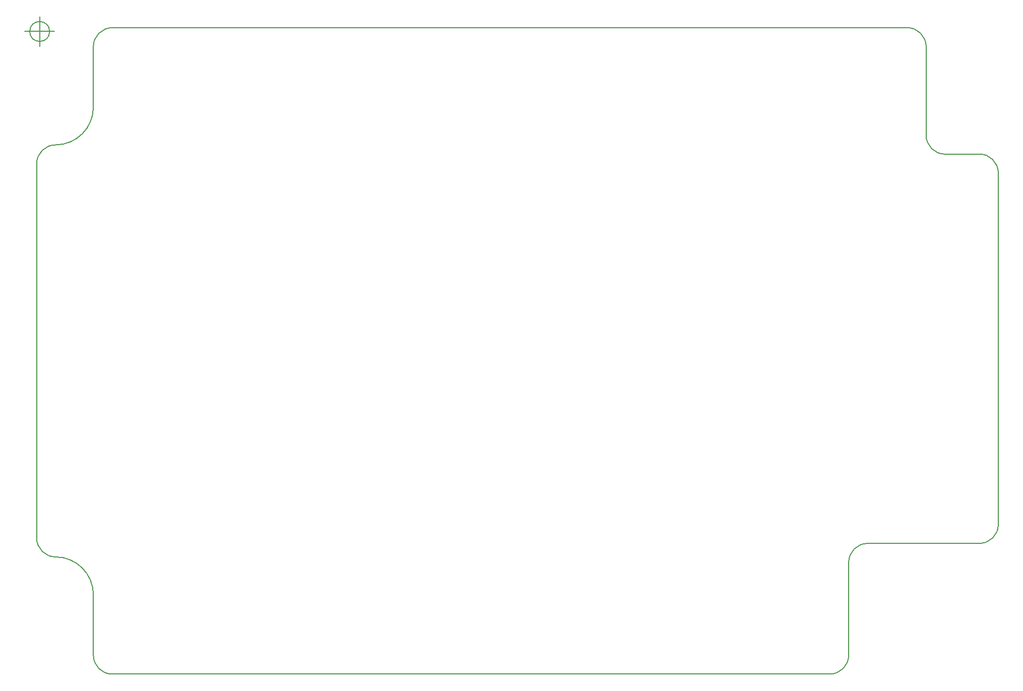
<source format=gbr>
G04 #@! TF.GenerationSoftware,KiCad,Pcbnew,5.0.2-bee76a0~70~ubuntu18.04.1*
G04 #@! TF.CreationDate,2019-03-08T13:42:59+01:00*
G04 #@! TF.ProjectId,BaseCircuit_V2,42617365-4369-4726-9375-69745f56322e,V1*
G04 #@! TF.SameCoordinates,Original*
G04 #@! TF.FileFunction,Profile,NP*
%FSLAX46Y46*%
G04 Gerber Fmt 4.6, Leading zero omitted, Abs format (unit mm)*
G04 Created by KiCad (PCBNEW 5.0.2-bee76a0~70~ubuntu18.04.1) date Fr 08 Mär 2019 13:42:59 CET*
%MOMM*%
%LPD*%
G01*
G04 APERTURE LIST*
%ADD10C,0.150000*%
G04 APERTURE END LIST*
D10*
X151155000Y-121295000D02*
G75*
G02X147990000Y-124460000I-3165000J0D01*
G01*
X151165000Y-105670000D02*
G75*
G02X154330000Y-102505000I3165000J0D01*
G01*
X167335000Y-37115000D02*
G75*
G02X164170000Y-33950000I0J3165000D01*
G01*
X176295000Y-99335000D02*
G75*
G02X173130000Y-102500000I-3165000J0D01*
G01*
X173120000Y-37110000D02*
X167330000Y-37115000D01*
X176300000Y-99335000D02*
X176300000Y-40280000D01*
X154330000Y-102500000D02*
X173130000Y-102500000D01*
X151160000Y-121295000D02*
X151160000Y-105655000D01*
X16906666Y-16510000D02*
G75*
G03X16906666Y-16510000I-1666666J0D01*
G01*
X12740000Y-16510000D02*
X17740000Y-16510000D01*
X15240000Y-14010000D02*
X15240000Y-19010000D01*
X173125000Y-37105000D02*
G75*
G02X176300000Y-40280000I0J-3175000D01*
G01*
X164175000Y-19050000D02*
X164175000Y-33950000D01*
X147990000Y-124460000D02*
X27390000Y-124460000D01*
X161000000Y-15875000D02*
G75*
G02X164175000Y-19050000I0J-3175000D01*
G01*
X24257000Y-19050000D02*
G75*
G02X27432000Y-15875000I3175000J0D01*
G01*
X14732000Y-38735000D02*
G75*
G02X17907000Y-35560000I3175000J0D01*
G01*
X24257000Y-29210000D02*
G75*
G02X17907000Y-35560000I-6350000J0D01*
G01*
X24257000Y-19050000D02*
X24257000Y-29210000D01*
X27432000Y-124460000D02*
G75*
G02X24257000Y-121285000I0J3175000D01*
G01*
X27432000Y-15875000D02*
X161000000Y-15875000D01*
X17907000Y-104775000D02*
G75*
G02X14732000Y-101600000I0J3175000D01*
G01*
X14732000Y-101600000D02*
X14732000Y-38735000D01*
X24257000Y-121285000D02*
X24257000Y-111125000D01*
X17907000Y-104775000D02*
G75*
G02X24257000Y-111125000I0J-6350000D01*
G01*
M02*

</source>
